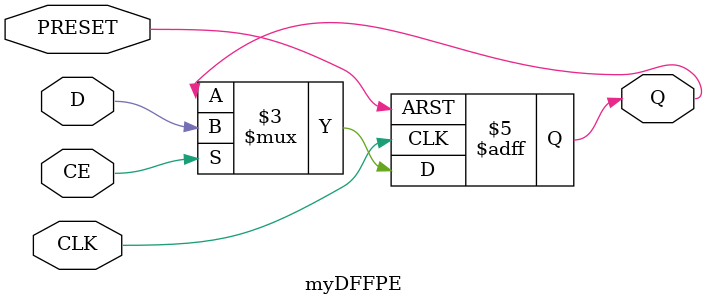
<source format=v>
module myDFFPE (output reg Q, input D, CLK, CE, PRESET);
	parameter [0:0] INIT = 1'b1;
	initial Q = INIT;
	always @(posedge CLK or posedge PRESET) begin
		if(PRESET)
			Q <= 1'b1;
		else if (CE)
			Q <= D;
	end
endmodule
</source>
